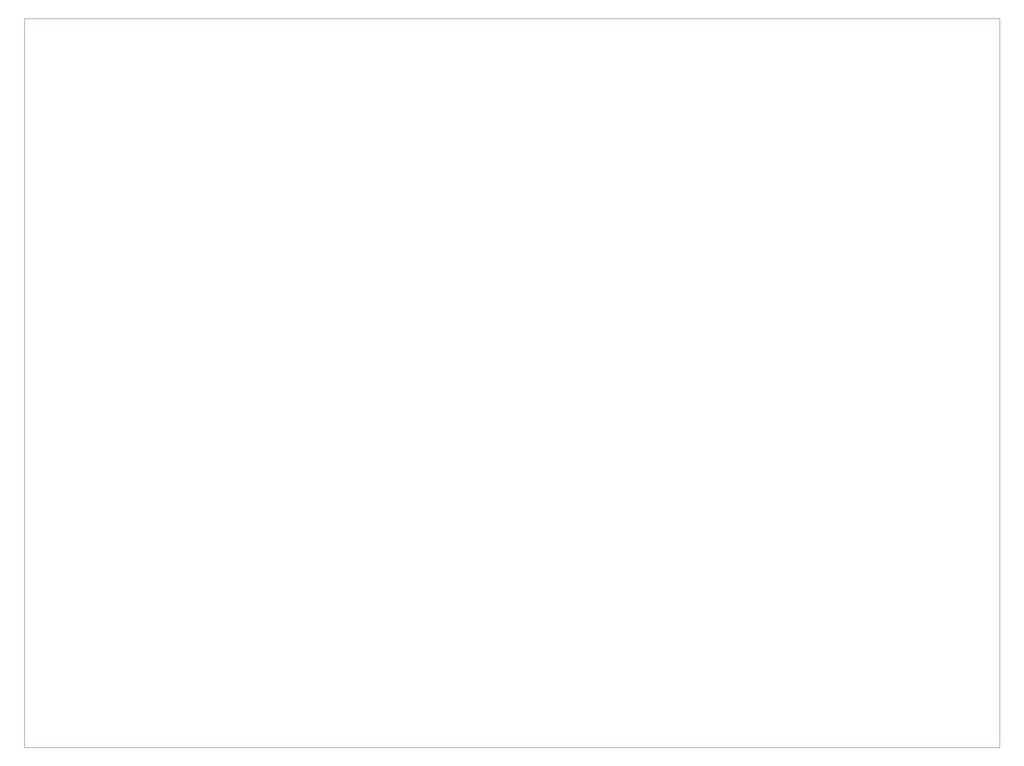
<source format=gbr>
%TF.GenerationSoftware,KiCad,Pcbnew,9.0.2*%
%TF.CreationDate,2025-12-22T22:41:59+05:30*%
%TF.ProjectId,its_a_wrap,6974735f-615f-4777-9261-702e6b696361,rev?*%
%TF.SameCoordinates,Original*%
%TF.FileFunction,Profile,NP*%
%FSLAX46Y46*%
G04 Gerber Fmt 4.6, Leading zero omitted, Abs format (unit mm)*
G04 Created by KiCad (PCBNEW 9.0.2) date 2025-12-22 22:41:59*
%MOMM*%
%LPD*%
G01*
G04 APERTURE LIST*
%TA.AperFunction,Profile*%
%ADD10C,0.050000*%
%TD*%
G04 APERTURE END LIST*
D10*
X35810000Y-25990000D02*
X218600000Y-25990000D01*
X218600000Y-162690000D01*
X35810000Y-162690000D01*
X35810000Y-25990000D01*
M02*

</source>
